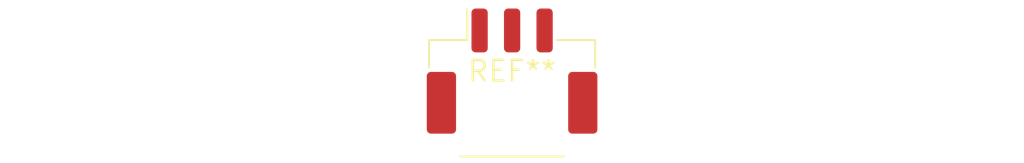
<source format=kicad_pcb>
(kicad_pcb (version 20240108) (generator pcbnew)
  (layers (0 "F.Cu" signal) (31 "B.Cu" signal) (34 "B.Paste" user) (35 "F.Paste" user) (36 "B.SilkS" user "B.Silkscreen") (37 "F.SilkS" user "F.Silkscreen") (38 "B.Mask" user) (39 "F.Mask" user) (44 "Edge.Cuts" user))
  (net 0 "")
  (footprint "Molex_CLIK-Mate_502494-0370_1x03-1MP_P2.00mm_Horizontal" (layer "F.Cu") (at 0 0)
    (property "Reference" "REF**")
    (property "Value" "Molex_CLIK-Mate_502494-0370_1x03-1MP_P2.00mm_Horizontal")
    (fp_line (start -5.11 -1.91) (end -2.76 -1.91) (layer "F.SilkS") (stroke (width 0.12)))
    (fp_line (start -5.11 -0.21) (end -5.11 -1.91) (layer "F.SilkS") (stroke (width 0.12)))
    (fp_line (start -3.19 5.26) (end 3.19 5.26) (layer "F.SilkS") (stroke (width 0.12)))
    (fp_line (start -2.76 -1.91) (end -2.76 -3.85) (layer "F.SilkS") (stroke (width 0.12)))
    (fp_line (start 5.11 -1.91) (end 2.76 -1.91) (layer "F.SilkS") (stroke (width 0.12)))
    (fp_line (start 5.11 -0.21) (end 5.11 -1.91) (layer "F.SilkS") (stroke (width 0.12)))
    (pad "1" smd roundrect (at -2 -2.5) (size 1 2.7) (layers "F.Cu" "F.Paste" "F.Mask"))
    (pad "2" smd roundrect (at 0 -2.5) (size 1 2.7) (layers "F.Cu" "F.Paste" "F.Mask"))
    (pad "3" smd roundrect (at 2 -2.5) (size 1 2.7) (layers "F.Cu" "F.Paste" "F.Mask"))
    (pad "MP" smd roundrect (at -4.35 1.95) (size 1.8 3.8) (layers "F.Cu" "F.Paste" "F.Mask") (roundrect_rratio 0.138889))
    (pad "MP" smd roundrect (at 4.35 1.95) (size 1.8 3.8) (layers "F.Cu" "F.Paste" "F.Mask") (roundrect_rratio 0.138889))
  )
)
</source>
